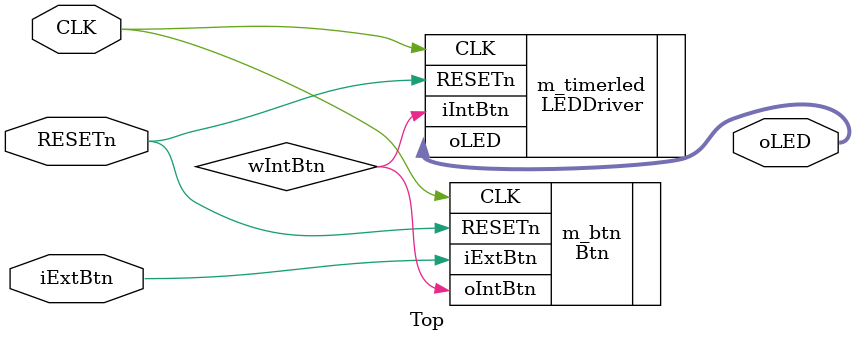
<source format=v>
module Top (
    input wire CLK,
    input wire RESETn,
    input wire iExtBtn,
    output wire [5:0] oLED
);

  wire wIntBtn;

  Btn m_btn (
      .CLK(CLK),
      .RESETn(RESETn),
      .iExtBtn(iExtBtn),
      .oIntBtn(wIntBtn)
  );

  LEDDriver m_timerled (
      .CLK(CLK),
      .RESETn(RESETn),
      .iIntBtn(wIntBtn),
      .oLED(oLED)
  );

endmodule

</source>
